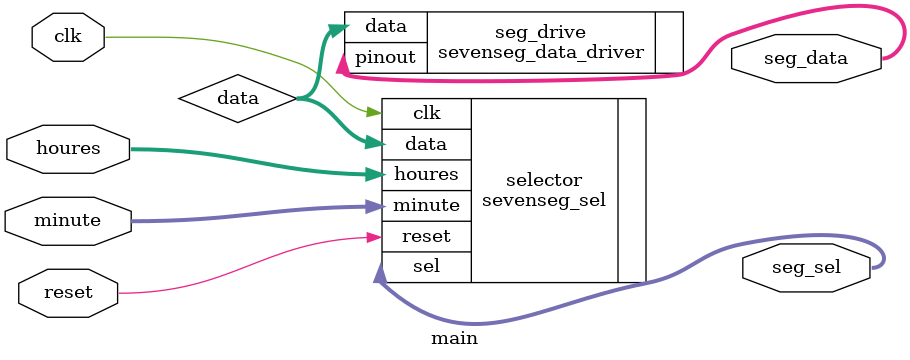
<source format=v>
/*
Author : Mahan . F . Pourkami 
An example of the modules usage 
*/


`include "sevenseg_sel.v"
`include "sevenseg_data_driver.v"


module main(input clk ,reset , input [8:0] houres , input [5:0] minute , output [4:0] seg_sel , output [7:0] seg_data);


wire [3:0] data ;

sevenseg_sel selector(.clk(clk),.reset(reset),.houres(houres),.minute(minute),.sel(seg_sel),.data(data));
sevenseg_data_driver seg_drive(.data(data),.pinout(seg_data));



endmodule


</source>
